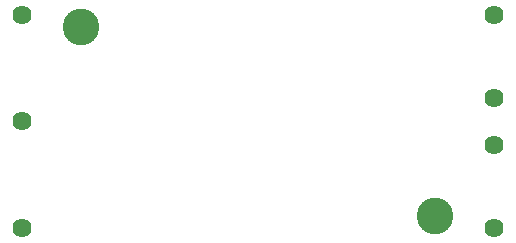
<source format=gbr>
%TF.GenerationSoftware,KiCad,Pcbnew,(5.99.0-1662-g9db296991)*%
%TF.CreationDate,2020-05-29T20:42:40+05:30*%
%TF.ProjectId,TPS62133,54505336-3231-4333-932e-6b696361645f,rev?*%
%TF.SameCoordinates,Original*%
%TF.FileFunction,Soldermask,Bot*%
%TF.FilePolarity,Negative*%
%FSLAX46Y46*%
G04 Gerber Fmt 4.6, Leading zero omitted, Abs format (unit mm)*
G04 Created by KiCad (PCBNEW (5.99.0-1662-g9db296991)) date 2020-05-29 20:42:40*
%MOMM*%
%LPD*%
G01*
G04 APERTURE LIST*
%ADD10C,1.624000*%
%ADD11C,3.100000*%
G04 APERTURE END LIST*
D10*
%TO.C,DB1*%
X12000000Y-12000000D03*
X12000000Y-30000000D03*
D11*
X17000000Y-13000000D03*
D10*
X12000000Y-21000000D03*
X52000000Y-30000000D03*
D11*
X47000000Y-29000000D03*
D10*
X52000000Y-19000000D03*
X52000000Y-12000000D03*
X52000000Y-23000000D03*
%TD*%
M02*

</source>
